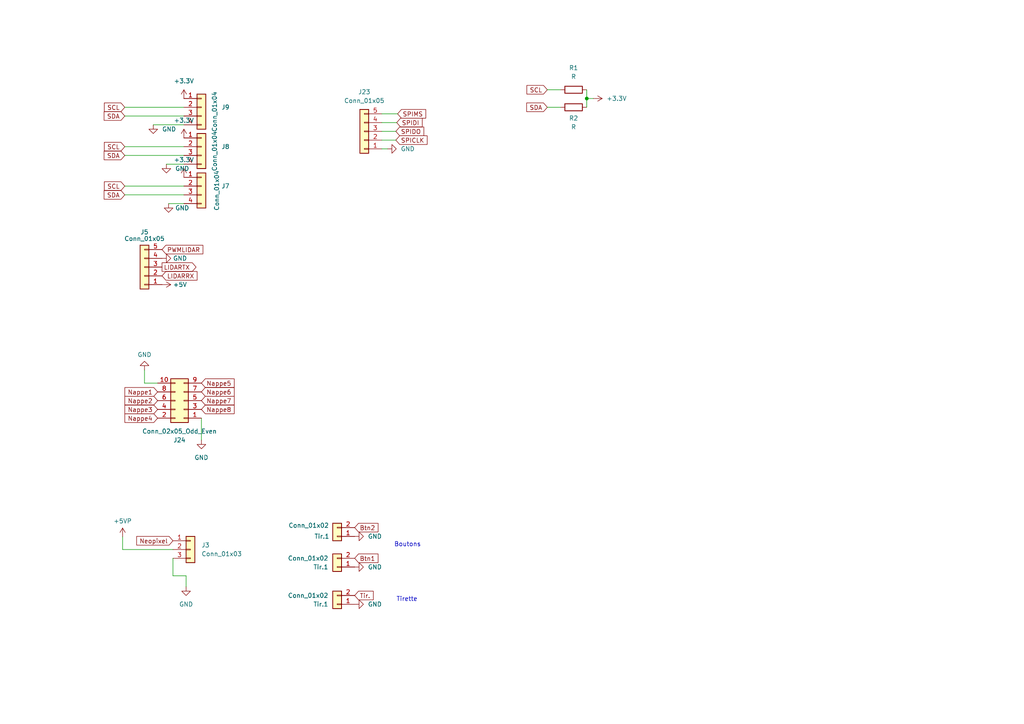
<source format=kicad_sch>
(kicad_sch (version 20230121) (generator eeschema)
  (paper "A4")
  (lib_symbols
    (symbol "Connector_Generic:Conn_01x02" (pin_names (offset 1.016) hide)
      (property "Reference" "J" (at 0 2.54 0))
      (property "Value" "Conn_01x02" (at 0 -5.08 0))
      (symbol "Conn_01x02_1_1"
        (rectangle (start -1.27 -2.413) (end 0 -2.667) (stroke (width 0.1524)))
        (rectangle (start -1.27 0.127) (end 0 -0.127) (stroke (width 0.1524)))
        (rectangle (start -1.27 1.27) (end 1.27 -3.81) (stroke (width 0.254)) (fill (type background)))
        (pin passive line (at -5.08 0 0) (length 3.81) (name "Pin_1") (number "1"))
        (pin passive line (at -5.08 -2.54 0) (length 3.81) (name "Pin_2") (number "2"))
      )
    )
    (symbol "Connector_Generic:Conn_01x03" (pin_names (offset 1.016) hide)
      (property "Reference" "J" (at 0 5.08 0))
      (property "Value" "Conn_01x03" (at 0 -5.08 0))
      (symbol "Conn_01x03_1_1"
        (rectangle (start -1.27 -2.413) (end 0 -2.667) (stroke (width 0.1524)))
        (rectangle (start -1.27 0.127) (end 0 -0.127) (stroke (width 0.1524)))
        (rectangle (start -1.27 2.667) (end 0 2.413) (stroke (width 0.1524)))
        (rectangle (start -1.27 3.81) (end 1.27 -3.81) (stroke (width 0.254)) (fill (type background)))
        (pin passive line (at -5.08 2.54 0) (length 3.81) (name "Pin_1") (number "1"))
        (pin passive line (at -5.08 0 0) (length 3.81) (name "Pin_2") (number "2"))
        (pin passive line (at -5.08 -2.54 0) (length 3.81) (name "Pin_3") (number "3"))
      )
    )
    (symbol "Connector_Generic:Conn_01x04" (pin_names (offset 1.016) hide)
      (property "Reference" "J" (at 0 5.08 0))
      (property "Value" "Conn_01x04" (at 0 -7.62 0))
      (symbol "Conn_01x04_1_1"
        (rectangle (start -1.27 -4.953) (end 0 -5.207) (stroke (width 0.1524)))
        (rectangle (start -1.27 -2.413) (end 0 -2.667) (stroke (width 0.1524)))
        (rectangle (start -1.27 0.127) (end 0 -0.127) (stroke (width 0.1524)))
        (rectangle (start -1.27 2.667) (end 0 2.413) (stroke (width 0.1524)))
        (rectangle (start -1.27 3.81) (end 1.27 -6.35) (stroke (width 0.254)) (fill (type background)))
        (pin passive line (at -5.08 2.54 0) (length 3.81) (name "Pin_1") (number "1"))
        (pin passive line (at -5.08 0 0) (length 3.81) (name "Pin_2") (number "2"))
        (pin passive line (at -5.08 -2.54 0) (length 3.81) (name "Pin_3") (number "3"))
        (pin passive line (at -5.08 -5.08 0) (length 3.81) (name "Pin_4") (number "4"))
      )
    )
    (symbol "Connector_Generic:Conn_01x05" (pin_names (offset 1.016) hide)
      (property "Reference" "J" (at 0 7.62 0))
      (property "Value" "Conn_01x05" (at 0 -7.62 0))
      (symbol "Conn_01x05_1_1"
        (rectangle (start -1.27 -4.953) (end 0 -5.207) (stroke (width 0.1524)))
        (rectangle (start -1.27 -2.413) (end 0 -2.667) (stroke (width 0.1524)))
        (rectangle (start -1.27 0.127) (end 0 -0.127) (stroke (width 0.1524)))
        (rectangle (start -1.27 2.667) (end 0 2.413) (stroke (width 0.1524)))
        (rectangle (start -1.27 5.207) (end 0 4.953) (stroke (width 0.1524)))
        (rectangle (start -1.27 6.35) (end 1.27 -6.35) (stroke (width 0.254)) (fill (type background)))
        (pin passive line (at -5.08 5.08 0) (length 3.81) (name "Pin_1") (number "1"))
        (pin passive line (at -5.08 2.54 0) (length 3.81) (name "Pin_2") (number "2"))
        (pin passive line (at -5.08 0 0) (length 3.81) (name "Pin_3") (number "3"))
        (pin passive line (at -5.08 -2.54 0) (length 3.81) (name "Pin_4") (number "4"))
        (pin passive line (at -5.08 -5.08 0) (length 3.81) (name "Pin_5") (number "5"))
      )
    )
    (symbol "Connector_Generic:Conn_02x05_Odd_Even" (pin_names (offset 1.016) hide)
      (property "Reference" "J" (at 1.27 7.62 0))
      (property "Value" "Conn_02x05_Odd_Even" (at 1.27 -7.62 0))
      (symbol "Conn_02x05_Odd_Even_1_1"
        (rectangle (start -1.27 -4.953) (end 0 -5.207) (stroke (width 0.1524)))
        (rectangle (start -1.27 -2.413) (end 0 -2.667) (stroke (width 0.1524)))
        (rectangle (start -1.27 0.127) (end 0 -0.127) (stroke (width 0.1524)))
        (rectangle (start -1.27 2.667) (end 0 2.413) (stroke (width 0.1524)))
        (rectangle (start -1.27 5.207) (end 0 4.953) (stroke (width 0.1524)))
        (rectangle (start -1.27 6.35) (end 3.81 -6.35) (stroke (width 0.254)) (fill (type background)))
        (rectangle (start 3.81 -4.953) (end 2.54 -5.207) (stroke (width 0.1524)))
        (rectangle (start 3.81 -2.413) (end 2.54 -2.667) (stroke (width 0.1524)))
        (rectangle (start 3.81 0.127) (end 2.54 -0.127) (stroke (width 0.1524)))
        (rectangle (start 3.81 2.667) (end 2.54 2.413) (stroke (width 0.1524)))
        (rectangle (start 3.81 5.207) (end 2.54 4.953) (stroke (width 0.1524)))
        (pin passive line (at -5.08 5.08 0) (length 3.81) (name "Pin_1") (number "1"))
        (pin passive line (at 7.62 -5.08 180) (length 3.81) (name "Pin_10") (number "10"))
        (pin passive line (at 7.62 5.08 180) (length 3.81) (name "Pin_2") (number "2"))
        (pin passive line (at -5.08 2.54 0) (length 3.81) (name "Pin_3") (number "3"))
        (pin passive line (at 7.62 2.54 180) (length 3.81) (name "Pin_4") (number "4"))
        (pin passive line (at -5.08 0 0) (length 3.81) (name "Pin_5") (number "5"))
        (pin passive line (at 7.62 0 180) (length 3.81) (name "Pin_6") (number "6"))
        (pin passive line (at -5.08 -2.54 0) (length 3.81) (name "Pin_7") (number "7"))
        (pin passive line (at 7.62 -2.54 180) (length 3.81) (name "Pin_8") (number "8"))
        (pin passive line (at -5.08 -5.08 0) (length 3.81) (name "Pin_9") (number "9"))
      )
    )
    (symbol "Device:R" (pin_numbers hide) (pin_names (offset 0))
      (property "Reference" "R" (at 2.032 0 90))
      (property "Value" "R" (at 0 0 90))
      (symbol "R_0_1"
        (rectangle (start -1.016 -2.54) (end 1.016 2.54) (stroke (width 0.254)))
      )
      (symbol "R_1_1"
        (pin passive line (at 0 3.81 270) (length 1.27) (name "~") (number "1"))
        (pin passive line (at 0 -3.81 90) (length 1.27) (name "~") (number "2"))
      )
    )
    (symbol "power:+3.3V" (power) (pin_names (offset 0))
      (property "Value" "+3.3V" (at 0 3.556 0))
      (symbol "+3.3V_0_1"
        (polyline (pts (xy -0.762 1.27) (xy 0 2.54)))
        (polyline (pts (xy 0 0) (xy 0 2.54)))
        (polyline (pts (xy 0 2.54) (xy 0.762 1.27)))
      )
      (symbol "+3.3V_1_1"
        (pin power_in line (at 0 0 90) (length 0) hide (name "+3.3V") (number "1"))
      )
    )
    (symbol "power:+5V" (power) (pin_names (offset 0))
      (property "Value" "+5V" (at 0 3.556 0))
      (symbol "+5V_0_1"
        (polyline (pts (xy -0.762 1.27) (xy 0 2.54)))
        (polyline (pts (xy 0 0) (xy 0 2.54)))
        (polyline (pts (xy 0 2.54) (xy 0.762 1.27)))
      )
      (symbol "+5V_1_1"
        (pin power_in line (at 0 0 90) (length 0) hide (name "+5V") (number "1"))
      )
    )
    (symbol "power:+5VP" (power) (pin_names (offset 0))
      (property "Value" "+5VP" (at 0 3.556 0))
      (symbol "+5VP_0_1"
        (polyline (pts (xy -0.762 1.27) (xy 0 2.54)))
        (polyline (pts (xy 0 0) (xy 0 2.54)))
        (polyline (pts (xy 0 2.54) (xy 0.762 1.27)))
      )
      (symbol "+5VP_1_1"
        (pin power_in line (at 0 0 90) (length 0) hide (name "+5VP") (number "1"))
      )
    )
    (symbol "power:GND" (power) (pin_names (offset 0))
      (property "Value" "GND" (at 0 -3.81 0))
      (symbol "GND_0_1"
        (polyline (pts (xy 0 0) (xy 0 -1.27) (xy 1.27 -1.27) (xy 0 -2.54) (xy -1.27 -1.27) (xy 0 -1.27)))
      )
      (symbol "GND_1_1"
        (pin power_in line (at 0 0 270) (length 0) hide (name "GND") (number "1"))
      )
    )
  )
  (junction (at 170.18 28.575))
  (wire (pts (xy 158.75 26.035) (xy 162.56 26.035)))
  (wire (pts (xy 53.34 56.515) (xy 36.195 56.515)))
  (wire (pts (xy 170.18 28.575) (xy 170.18 31.115)))
  (wire (pts (xy 172.085 28.575) (xy 170.18 28.575)))
  (wire (pts (xy 53.34 45.085) (xy 36.195 45.085)))
  (wire (pts (xy 50.165 161.925) (xy 50.165 167.005)))
  (wire (pts (xy 53.34 53.975) (xy 36.195 53.975)))
  (wire (pts (xy 53.34 31.115) (xy 36.195 31.115)))
  (wire (pts (xy 35.56 159.385) (xy 50.165 159.385)))
  (wire (pts (xy 170.18 26.035) (xy 170.18 28.575)))
  (wire (pts (xy 48.26 47.625) (xy 53.34 47.625)))
  (wire (pts (xy 48.895 59.055) (xy 53.34 59.055)))
  (wire (pts (xy 53.34 33.655) (xy 36.195 33.655)))
  (wire (pts (xy 50.165 167.005) (xy 53.975 167.005)))
  (wire (pts (xy 58.42 127.635) (xy 58.42 121.285)))
  (wire (pts (xy 110.744 43.18) (xy 112.395 43.18)))
  (wire (pts (xy 41.91 111.125) (xy 45.72 111.125)))
  (wire (pts (xy 41.91 111.125) (xy 41.91 107.315)))
  (wire (pts (xy 115.316 33.02) (xy 110.744 33.02)))
  (wire (pts (xy 53.34 42.545) (xy 36.195 42.545)))
  (wire (pts (xy 114.808 38.1) (xy 110.744 38.1)))
  (wire (pts (xy 114.808 40.64) (xy 110.744 40.64)))
  (wire (pts (xy 35.56 155.702) (xy 35.56 159.385)))
  (wire (pts (xy 115.062 35.56) (xy 110.744 35.56)))
  (wire (pts (xy 53.975 170.18) (xy 53.975 167.005)))
  (wire (pts (xy 44.45 36.195) (xy 53.34 36.195)))
  (wire (pts (xy 158.75 31.115) (xy 162.56 31.115)))
  (text "Tirette\n" (at 114.935 174.625 0) (effects (font (size 1.27 1.27)) (justify left bottom)))
  (text "Boutons\n" (at 114.3 158.75 0) (effects (font (size 1.27 1.27)) (justify left bottom)))
  (global_label "Nappe5" (shape input) (at 58.42 111.125 0) (property "Intersheetrefs" "${INTERSHEET_REFS}" (effects hide)))
  (global_label "SPIDI" (shape input) (at 115.062 35.56 0) (property "Intersheetrefs" "${INTERSHEET_REFS}" (effects hide)))
  (global_label "Neopixel" (shape input) (at 50.165 156.845 180) (property "Intersheetrefs" "${INTERSHEET_REFS}" (effects hide)))
  (global_label "SDA" (shape input) (at 36.195 56.515 180) (property "Intersheetrefs" "${INTERSHEET_REFS}" (effects hide)))
  (global_label "Nappe7" (shape input) (at 58.42 116.205 0) (property "Intersheetrefs" "${INTERSHEET_REFS}" (effects hide)))
  (global_label "Btn1" (shape input) (at 102.87 161.925 0) (property "Intersheetrefs" "${INTERSHEET_REFS}" (effects hide)))
  (global_label "SDA" (shape input) (at 36.195 45.085 180) (property "Intersheetrefs" "${INTERSHEET_REFS}" (effects hide)))
  (global_label "SDA" (shape input) (at 36.195 33.655 180) (property "Intersheetrefs" "${INTERSHEET_REFS}" (effects hide)))
  (global_label "SPIMS" (shape input) (at 115.316 33.02 0) (property "Intersheetrefs" "${INTERSHEET_REFS}" (effects hide)))
  (global_label "LIDARRX" (shape input) (at 46.99 80.01 0) (property "Intersheetrefs" "${INTERSHEET_REFS}" (effects hide)))
  (global_label "Tir." (shape input) (at 102.87 172.72 0) (property "Intersheetrefs" "${INTERSHEET_REFS}" (effects hide)))
  (global_label "PWMLIDAR" (shape input) (at 46.99 72.39 0) (property "Intersheetrefs" "${INTERSHEET_REFS}" (effects hide)))
  (global_label "Btn2" (shape input) (at 102.87 153.035 0) (property "Intersheetrefs" "${INTERSHEET_REFS}" (effects hide)))
  (global_label "SCL" (shape input) (at 158.75 26.035 180) (property "Intersheetrefs" "${INTERSHEET_REFS}" (effects hide)))
  (global_label "SPICLK" (shape input) (at 114.808 40.64 0) (property "Intersheetrefs" "${INTERSHEET_REFS}" (effects hide)))
  (global_label "SCL" (shape input) (at 36.195 42.545 180) (property "Intersheetrefs" "${INTERSHEET_REFS}" (effects hide)))
  (global_label "Nappe1" (shape input) (at 45.72 113.665 180) (property "Intersheetrefs" "${INTERSHEET_REFS}" (effects hide)))
  (global_label "Nappe2" (shape input) (at 45.72 116.205 180) (property "Intersheetrefs" "${INTERSHEET_REFS}" (effects hide)))
  (global_label "SPIDO" (shape input) (at 114.808 38.1 0) (property "Intersheetrefs" "${INTERSHEET_REFS}" (effects hide)))
  (global_label "LIDARTX" (shape output) (at 46.99 77.47 0) (property "Intersheetrefs" "${INTERSHEET_REFS}" (effects hide)))
  (global_label "Nappe6" (shape input) (at 58.42 113.665 0) (property "Intersheetrefs" "${INTERSHEET_REFS}" (effects hide)))
  (global_label "Nappe8" (shape input) (at 58.42 118.745 0) (property "Intersheetrefs" "${INTERSHEET_REFS}" (effects hide)))
  (global_label "SCL" (shape input) (at 36.195 53.975 180) (property "Intersheetrefs" "${INTERSHEET_REFS}" (effects hide)))
  (global_label "SDA" (shape input) (at 158.75 31.115 180) (property "Intersheetrefs" "${INTERSHEET_REFS}" (effects hide)))
  (global_label "SCL" (shape input) (at 36.195 31.115 180) (property "Intersheetrefs" "${INTERSHEET_REFS}" (effects hide)))
  (global_label "Nappe3" (shape input) (at 45.72 118.745 180) (property "Intersheetrefs" "${INTERSHEET_REFS}" (effects hide)))
  (global_label "Nappe4" (shape input) (at 45.72 121.285 180) (property "Intersheetrefs" "${INTERSHEET_REFS}" (effects hide)))
  (symbol (lib_id "power:GND") (at 112.395 43.18 90) (unit 1)
    (property "Reference" "#PWR017" (effects hide))
    (property "Value" "GND" (at 116.205 43.18 90) (effects (justify right)))
    (instances (project "MainboardV3" (path "" (reference "#PWR017") (unit 1))) (project "MainBoardV4" (path "" (reference "#PWR078") (unit 1))))
  )
  (symbol (lib_id "power:+5VP") (at 35.56 155.702 0) (unit 1)
    (property "Reference" "#PWR076" (effects hide))
    (property "Value" "+5VP" (at 35.56 151.13 0))
  )
  (symbol (lib_id "Connector_Generic:Conn_01x02") (at 97.79 155.575 180) (unit 1)
    (property "Reference" "Tir.1" (at 93.345 155.575 0))
    (property "Value" "Conn_01x02" (at 89.535 152.4 0))
    (property "Footprint" "Connector_JST:JST_XH_B2B-XH-A_1x02_P2.50mm_Vertical" (effects hide))
    (instances (project "MainboardV3" (path "" (reference "Tir.1") (unit 1))) (project "MainBoardV4" (path "" (reference "btn.2") (unit 1))))
  )
  (symbol (lib_id "Device:R") (at 166.37 31.115 270) (unit 1)
    (property "Reference" "R2" (at 166.37 34.29 90))
    (property "Value" "R" (at 166.37 36.83 90))
    (property "Footprint" "Resistor_SMD:R_1206_3216Metric_Pad1.30x1.75mm_HandSolder" (effects hide))
    (instances (project "MainboardV3" (path "" (reference "R2") (unit 1))) (project "MainBoardV4" (path "" (reference "R3") (unit 1))))
  )
  (symbol (lib_id "power:+5V") (at 46.99 82.55 270) (unit 1)
    (property "Reference" "#PWR024" (effects hide))
    (property "Value" "+5V" (at 50.165 82.55 90) (effects (justify left)))
    (instances (project "MainboardV3" (path "" (reference "#PWR024") (unit 1))) (project "MainBoardV4" (path "" (reference "#PWR070") (unit 1))))
  )
  (symbol (lib_id "Connector_Generic:Conn_01x02") (at 97.79 175.26 180) (unit 1)
    (property "Reference" "Tir.1" (at 95.25 175.26 0) (effects (justify left)))
    (property "Value" "Conn_01x02" (at 95.25 172.72 0) (effects (justify left)))
    (property "Footprint" "Connector_JST:JST_XH_B2B-XH-A_1x02_P2.50mm_Vertical" (effects hide))
  )
  (symbol (lib_id "Device:R") (at 166.37 26.035 270) (unit 1)
    (property "Reference" "R1" (at 166.37 19.685 90))
    (property "Value" "R" (at 166.37 22.225 90))
    (property "Footprint" "Resistor_SMD:R_1206_3216Metric_Pad1.30x1.75mm_HandSolder" (effects hide))
    (instances (project "MainboardV3" (path "" (reference "R1") (unit 1))) (project "MainBoardV4" (path "" (reference "R2") (unit 1))))
  )
  (symbol (lib_id "Connector_Generic:Conn_01x04") (at 58.42 31.115 0) (unit 1)
    (property "Reference" "J9" (at 65.405 31.115 0))
    (property "Value" "Conn_01x04" (at 62.23 32.385 90))
    (property "Footprint" "Connector_JST:JST_XH_B4B-XH-A_1x04_P2.50mm_Vertical" (effects hide))
    (instances (project "MainboardV3" (path "" (reference "J9") (unit 1))) (project "MainBoardV4" (path "" (reference "J21") (unit 1))))
  )
  (symbol (lib_id "power:+3.3V") (at 53.34 40.005 0) (unit 1)
    (property "Reference" "#PWR05" (effects hide))
    (property "Value" "+3.3V" (at 53.34 34.925 0))
    (instances (project "MainBoardV4" (path "" (reference "#PWR05") (unit 1)) (path "" (reference "#PWR082") (unit 1))))
  )
  (symbol (lib_id "power:+3.3V") (at 53.34 28.575 0) (unit 1)
    (property "Reference" "#PWR05" (effects hide))
    (property "Value" "+3.3V" (at 53.34 23.495 0))
    (instances (project "MainBoardV4" (path "" (reference "#PWR05") (unit 1)) (path "" (reference "#PWR081") (unit 1))))
  )
  (symbol (lib_id "Connector_Generic:Conn_01x04") (at 58.42 53.975 0) (unit 1)
    (property "Reference" "J7" (at 65.405 53.975 0))
    (property "Value" "Conn_01x04" (at 62.865 55.245 90))
    (property "Footprint" "Connector_JST:JST_XH_B4B-XH-A_1x04_P2.50mm_Vertical" (effects hide))
    (instances (project "MainboardV3" (path "" (reference "J7") (unit 1))) (project "MainBoardV4" (path "" (reference "J19") (unit 1))))
  )
  (symbol (lib_id "power:GND") (at 102.87 175.26 90) (unit 1)
    (property "Reference" "#PWR021" (effects hide))
    (property "Value" "GND" (at 106.68 175.26 90) (effects (justify right)))
    (instances (project "MainboardV3" (path "" (reference "#PWR021") (unit 1))) (project "MainBoardV4" (path "" (reference "#PWR079") (unit 1))))
  )
  (symbol (lib_id "power:GND") (at 58.42 127.635 0) (unit 1)
    (property "Reference" "#PWR048" (effects hide))
    (property "Value" "GND" (at 58.42 132.715 0))
    (instances (project "MainboardV3" (path "" (reference "#PWR048") (unit 1))) (project "MainBoardV4" (path "" (reference "#PWR075") (unit 1))))
  )
  (symbol (lib_id "Connector_Generic:Conn_02x05_Odd_Even") (at 53.34 116.205 180) (unit 1)
    (property "Reference" "J24" (at 52.07 127.635 0))
    (property "Value" "Conn_02x05_Odd_Even" (at 52.07 125.095 0))
    (property "Footprint" "Connector_IDC:IDC-Header_2x05_P2.54mm_Vertical" (effects hide))
    (instances (project "MainboardV3" (path "" (reference "J24") (unit 1))) (project "MainBoardV4" (path "" (reference "J23") (unit 1))))
  )
  (symbol (lib_id "power:GND") (at 102.87 164.465 90) (unit 1)
    (property "Reference" "#PWR021" (effects hide))
    (property "Value" "GND" (at 106.68 164.465 90) (effects (justify right)))
    (instances (project "MainboardV3" (path "" (reference "#PWR021") (unit 1))) (project "MainBoardV4" (path "" (reference "#PWR084") (unit 1))))
  )
  (symbol (lib_id "Connector_Generic:Conn_01x04") (at 58.42 42.545 0) (unit 1)
    (property "Reference" "J8" (at 65.405 42.545 0))
    (property "Value" "Conn_01x04" (at 62.23 43.815 90))
    (property "Footprint" "Connector_JST:JST_XH_B4B-XH-A_1x04_P2.50mm_Vertical" (effects hide))
    (instances (project "MainboardV3" (path "" (reference "J8") (unit 1))) (project "MainBoardV4" (path "" (reference "J20") (unit 1))))
  )
  (symbol (lib_id "Connector_Generic:Conn_01x05") (at 41.91 77.47 180) (unit 1)
    (property "Reference" "J5" (at 41.91 67.31 0))
    (property "Value" "Conn_01x05" (at 41.91 69.215 0))
    (property "Footprint" "Connector_JST:JST_XH_B5B-XH-A_1x05_P2.50mm_Vertical" (effects hide))
    (instances (project "MainboardV3" (path "" (reference "J5") (unit 1))) (project "MainBoardV4" (path "" (reference "J22") (unit 1))))
  )
  (symbol (lib_id "Connector_Generic:Conn_01x05") (at 105.664 38.1 180) (unit 1)
    (property "Reference" "J23" (at 105.664 26.67 0))
    (property "Value" "Conn_01x05" (at 105.664 29.21 0))
    (property "Footprint" "Connector_JST:JST_XH_B5B-XH-A_1x05_P2.50mm_Vertical" (effects hide))
    (instances (project "MainboardV3" (path "" (reference "J23") (unit 1))) (project "MainBoardV4" (path "" (reference "J25") (unit 1))))
  )
  (symbol (lib_id "Connector_Generic:Conn_01x02") (at 97.79 164.465 180) (unit 1)
    (property "Reference" "Tir.1" (at 95.25 164.465 0) (effects (justify left)))
    (property "Value" "Conn_01x02" (at 95.25 161.925 0) (effects (justify left)))
    (property "Footprint" "Connector_JST:JST_XH_B2B-XH-A_1x02_P2.50mm_Vertical" (effects hide))
    (instances (project "MainboardV3" (path "" (reference "Tir.1") (unit 1))) (project "MainBoardV4" (path "" (reference "btn.1") (unit 1))))
  )
  (symbol (lib_id "power:GND") (at 44.45 36.195 0) (unit 1)
    (property "Reference" "#PWR034" (effects hide))
    (property "Value" "GND" (at 46.99 37.465 0) (effects (justify left)))
    (instances (project "MainboardV3" (path "" (reference "#PWR034") (unit 1))) (project "MainBoardV4" (path "" (reference "#PWR073") (unit 1))))
  )
  (symbol (lib_id "power:GND") (at 41.91 107.315 180) (unit 1)
    (property "Reference" "#PWR056" (effects hide))
    (property "Value" "GND" (at 41.91 102.87 0))
    (instances (project "MainboardV3" (path "" (reference "#PWR056") (unit 1))) (project "MainBoardV4" (path "" (reference "#PWR074") (unit 1))))
  )
  (symbol (lib_id "power:GND") (at 46.99 74.93 90) (unit 1)
    (property "Reference" "#PWR02" (effects hide))
    (property "Value" "GND" (at 50.165 74.93 90) (effects (justify right)))
    (instances (project "MainboardV3" (path "" (reference "#PWR02") (unit 1))) (project "MainBoardV4" (path "" (reference "#PWR069") (unit 1))))
  )
  (symbol (lib_id "power:GND") (at 48.895 59.055 0) (unit 1)
    (property "Reference" "#PWR032" (effects hide))
    (property "Value" "GND" (at 50.8 60.325 0) (effects (justify left)))
    (instances (project "MainboardV3" (path "" (reference "#PWR032") (unit 1))) (project "MainBoardV4" (path "" (reference "#PWR071") (unit 1))))
  )
  (symbol (lib_id "power:GND") (at 102.87 155.575 90) (unit 1)
    (property "Reference" "#PWR021" (effects hide))
    (property "Value" "GND" (at 106.68 155.575 90) (effects (justify right)))
    (instances (project "MainboardV3" (path "" (reference "#PWR021") (unit 1))) (project "MainBoardV4" (path "" (reference "#PWR085") (unit 1))))
  )
  (symbol (lib_id "power:GND") (at 53.975 170.18 0) (unit 1)
    (property "Reference" "#PWR05" (effects hide))
    (property "Value" "GND" (at 53.975 175.26 0))
    (instances (project "MainboardV3" (path "" (reference "#PWR05") (unit 1))) (project "MainBoardV4" (path "" (reference "#PWR077") (unit 1))))
  )
  (symbol (lib_id "power:+3.3V") (at 53.34 51.435 0) (unit 1)
    (property "Reference" "#PWR05" (effects hide))
    (property "Value" "+3.3V" (at 53.34 46.355 0))
    (instances (project "MainBoardV4" (path "" (reference "#PWR05") (unit 1)) (path "" (reference "#PWR083") (unit 1))))
  )
  (symbol (lib_id "power:GND") (at 48.26 47.625 0) (unit 1)
    (property "Reference" "#PWR033" (effects hide))
    (property "Value" "GND" (at 50.8 48.895 0) (effects (justify left)))
    (instances (project "MainboardV3" (path "" (reference "#PWR033") (unit 1))) (project "MainBoardV4" (path "" (reference "#PWR072") (unit 1))))
  )
  (symbol (lib_id "Connector_Generic:Conn_01x03") (at 55.245 159.385 0) (unit 1)
    (property "Reference" "J3" (at 58.42 158.115 0) (effects (justify left)))
    (property "Value" "Conn_01x03" (at 58.42 160.655 0) (effects (justify left)))
    (property "Footprint" "Connector_PinHeader_2.54mm:PinHeader_1x03_P2.54mm_Vertical" (effects hide))
    (instances (project "MainboardV3" (path "" (reference "J3") (unit 1))) (project "MainBoardV4" (path "" (reference "J24") (unit 1))))
  )
  (symbol (lib_id "power:+3.3V") (at 172.085 28.575 270) (unit 1)
    (property "Reference" "#PWR022" (effects hide))
    (property "Value" "+3.3V" (at 175.895 28.575 90) (effects (justify left)))
    (instances (project "MainboardV3" (path "" (reference "#PWR022") (unit 1))) (project "MainBoardV4" (path "" (reference "#PWR080") (unit 1))))
  )
)
</source>
